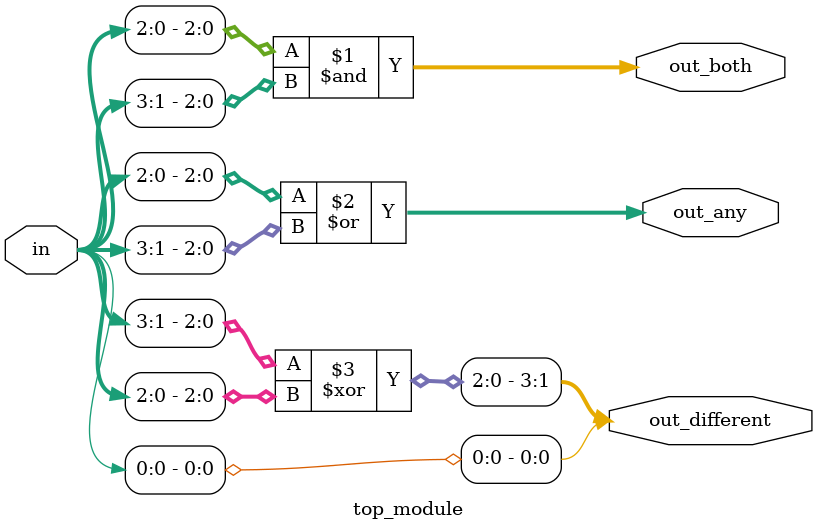
<source format=sv>
module top_module (
	input [3:0] in,
	output [2:0] out_both,
	output [3:0] out_any,
	output [3:0] out_different
);

  // Bitwise AND operation on specified bits
  assign out_both = in[2:0] & in[3:1];
  
  // Bitwise OR operation on specified bits
  assign out_any = in[2:0] | in[3:1];

  // Bitwise XOR operation on specified bits
  assign out_different[3:1] = in[3:1] ^ in[2:0];
  assign out_different[0] = in[0];

endmodule

</source>
